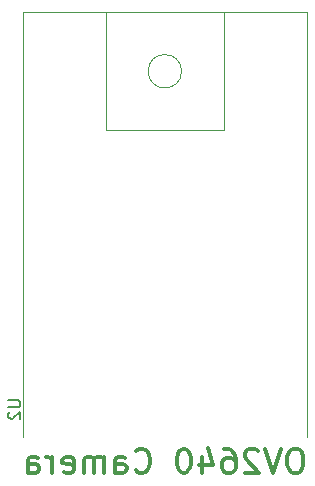
<source format=gbr>
%TF.GenerationSoftware,KiCad,Pcbnew,6.0.8-f2edbf62ab~116~ubuntu20.04.1*%
%TF.CreationDate,2022-10-24T22:15:29-06:00*%
%TF.ProjectId,seedsigner-esp32-dev-board,73656564-7369-4676-9e65-722d65737033,rev?*%
%TF.SameCoordinates,Original*%
%TF.FileFunction,Legend,Bot*%
%TF.FilePolarity,Positive*%
%FSLAX46Y46*%
G04 Gerber Fmt 4.6, Leading zero omitted, Abs format (unit mm)*
G04 Created by KiCad (PCBNEW 6.0.8-f2edbf62ab~116~ubuntu20.04.1) date 2022-10-24 22:15:29*
%MOMM*%
%LPD*%
G01*
G04 APERTURE LIST*
%ADD10C,0.300000*%
%ADD11C,0.150000*%
%ADD12C,0.120000*%
G04 APERTURE END LIST*
D10*
X49338095Y69675238D02*
X48957142Y69675238D01*
X48766666Y69580000D01*
X48576190Y69389523D01*
X48480952Y69008571D01*
X48480952Y68341904D01*
X48576190Y67960952D01*
X48766666Y67770476D01*
X48957142Y67675238D01*
X49338095Y67675238D01*
X49528571Y67770476D01*
X49719047Y67960952D01*
X49814285Y68341904D01*
X49814285Y69008571D01*
X49719047Y69389523D01*
X49528571Y69580000D01*
X49338095Y69675238D01*
X47909523Y69675238D02*
X47242857Y67675238D01*
X46576190Y69675238D01*
X46004761Y69484761D02*
X45909523Y69580000D01*
X45719047Y69675238D01*
X45242857Y69675238D01*
X45052380Y69580000D01*
X44957142Y69484761D01*
X44861904Y69294285D01*
X44861904Y69103809D01*
X44957142Y68818095D01*
X46100000Y67675238D01*
X44861904Y67675238D01*
X43147619Y69675238D02*
X43528571Y69675238D01*
X43719047Y69580000D01*
X43814285Y69484761D01*
X44004761Y69199047D01*
X44100000Y68818095D01*
X44100000Y68056190D01*
X44004761Y67865714D01*
X43909523Y67770476D01*
X43719047Y67675238D01*
X43338095Y67675238D01*
X43147619Y67770476D01*
X43052380Y67865714D01*
X42957142Y68056190D01*
X42957142Y68532380D01*
X43052380Y68722857D01*
X43147619Y68818095D01*
X43338095Y68913333D01*
X43719047Y68913333D01*
X43909523Y68818095D01*
X44004761Y68722857D01*
X44100000Y68532380D01*
X41242857Y69008571D02*
X41242857Y67675238D01*
X41719047Y69770476D02*
X42195238Y68341904D01*
X40957142Y68341904D01*
X39814285Y69675238D02*
X39623809Y69675238D01*
X39433333Y69580000D01*
X39338095Y69484761D01*
X39242857Y69294285D01*
X39147619Y68913333D01*
X39147619Y68437142D01*
X39242857Y68056190D01*
X39338095Y67865714D01*
X39433333Y67770476D01*
X39623809Y67675238D01*
X39814285Y67675238D01*
X40004761Y67770476D01*
X40100000Y67865714D01*
X40195238Y68056190D01*
X40290476Y68437142D01*
X40290476Y68913333D01*
X40195238Y69294285D01*
X40100000Y69484761D01*
X40004761Y69580000D01*
X39814285Y69675238D01*
X35623809Y67865714D02*
X35719047Y67770476D01*
X36004761Y67675238D01*
X36195238Y67675238D01*
X36480952Y67770476D01*
X36671428Y67960952D01*
X36766666Y68151428D01*
X36861904Y68532380D01*
X36861904Y68818095D01*
X36766666Y69199047D01*
X36671428Y69389523D01*
X36480952Y69580000D01*
X36195238Y69675238D01*
X36004761Y69675238D01*
X35719047Y69580000D01*
X35623809Y69484761D01*
X33909523Y67675238D02*
X33909523Y68722857D01*
X34004761Y68913333D01*
X34195238Y69008571D01*
X34576190Y69008571D01*
X34766666Y68913333D01*
X33909523Y67770476D02*
X34100000Y67675238D01*
X34576190Y67675238D01*
X34766666Y67770476D01*
X34861904Y67960952D01*
X34861904Y68151428D01*
X34766666Y68341904D01*
X34576190Y68437142D01*
X34100000Y68437142D01*
X33909523Y68532380D01*
X32957142Y67675238D02*
X32957142Y69008571D01*
X32957142Y68818095D02*
X32861904Y68913333D01*
X32671428Y69008571D01*
X32385714Y69008571D01*
X32195238Y68913333D01*
X32100000Y68722857D01*
X32100000Y67675238D01*
X32100000Y68722857D02*
X32004761Y68913333D01*
X31814285Y69008571D01*
X31528571Y69008571D01*
X31338095Y68913333D01*
X31242857Y68722857D01*
X31242857Y67675238D01*
X29528571Y67770476D02*
X29719047Y67675238D01*
X30100000Y67675238D01*
X30290476Y67770476D01*
X30385714Y67960952D01*
X30385714Y68722857D01*
X30290476Y68913333D01*
X30100000Y69008571D01*
X29719047Y69008571D01*
X29528571Y68913333D01*
X29433333Y68722857D01*
X29433333Y68532380D01*
X30385714Y68341904D01*
X28576190Y67675238D02*
X28576190Y69008571D01*
X28576190Y68627619D02*
X28480952Y68818095D01*
X28385714Y68913333D01*
X28195238Y69008571D01*
X28004761Y69008571D01*
X26480952Y67675238D02*
X26480952Y68722857D01*
X26576190Y68913333D01*
X26766666Y69008571D01*
X27147619Y69008571D01*
X27338095Y68913333D01*
X26480952Y67770476D02*
X26671428Y67675238D01*
X27147619Y67675238D01*
X27338095Y67770476D01*
X27433333Y67960952D01*
X27433333Y68151428D01*
X27338095Y68341904D01*
X27147619Y68437142D01*
X26671428Y68437142D01*
X26480952Y68532380D01*
D11*
%TO.C,U2*%
X24852380Y73786904D02*
X25661904Y73786904D01*
X25757142Y73739285D01*
X25804761Y73691666D01*
X25852380Y73596428D01*
X25852380Y73405952D01*
X25804761Y73310714D01*
X25757142Y73263095D01*
X25661904Y73215476D01*
X24852380Y73215476D01*
X24947619Y72786904D02*
X24900000Y72739285D01*
X24852380Y72644047D01*
X24852380Y72405952D01*
X24900000Y72310714D01*
X24947619Y72263095D01*
X25042857Y72215476D01*
X25138095Y72215476D01*
X25280952Y72263095D01*
X25852380Y72834523D01*
X25852380Y72215476D01*
D12*
X43100000Y106660000D02*
X43100000Y96660000D01*
X50100000Y70660000D02*
X50100000Y106660000D01*
X26100000Y70660000D02*
X26100000Y106660000D01*
X26100000Y106660000D02*
X50100000Y106660000D01*
X43100000Y96660000D02*
X33100000Y96660000D01*
X33100000Y96660000D02*
X33100000Y106660000D01*
X39514214Y101660000D02*
G75*
G03*
X39514214Y101660000I-1414214J0D01*
G01*
%TD*%
M02*

</source>
